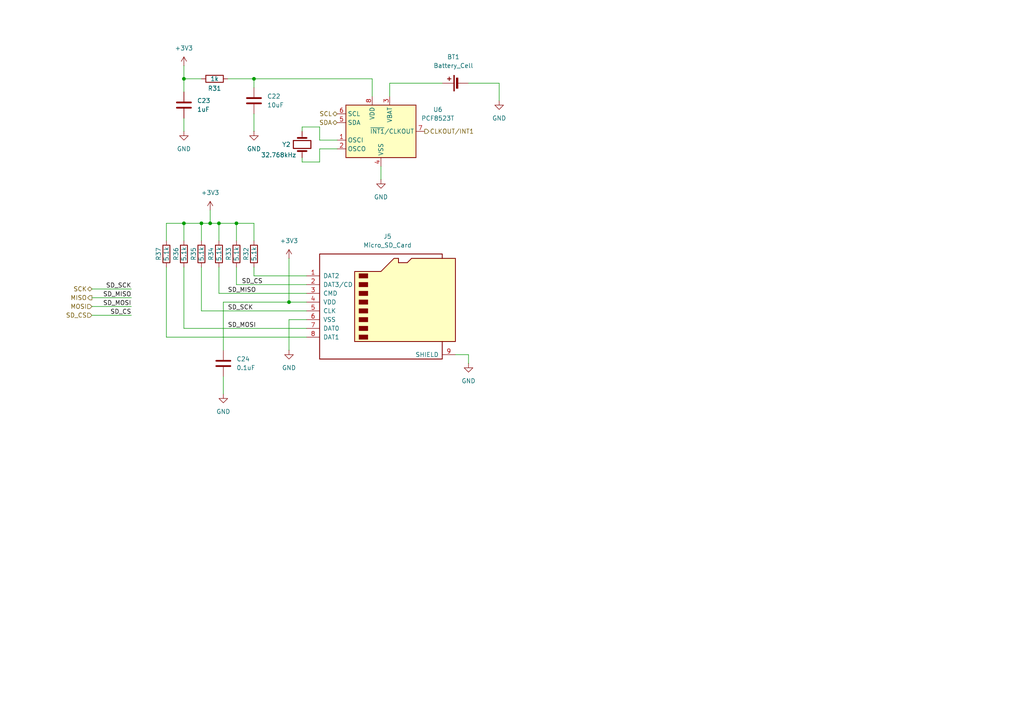
<source format=kicad_sch>
(kicad_sch (version 20231120) (generator "eeschema") (generator_version "8.0")
  (paper "A4")
  (lib_symbols
    (symbol "Connector:Micro_SD_Card" (pin_names (offset 1.016))
      (property "Reference" "J" (at -16.51 15.24 0))
      (property "Value" "Micro_SD_Card" (at 16.51 15.24 0))
      (symbol "Micro_SD_Card_0_1"
        (rectangle (start -7.62 -9.525) (end -5.08 -10.795) (fill (type outline)))
        (rectangle (start -7.62 -6.985) (end -5.08 -8.255) (fill (type outline)))
        (rectangle (start -7.62 -4.445) (end -5.08 -5.715) (fill (type outline)))
        (rectangle (start -7.62 -1.905) (end -5.08 -3.175) (fill (type outline)))
        (rectangle (start -7.62 0.635) (end -5.08 -0.635) (fill (type outline)))
        (rectangle (start -7.62 3.175) (end -5.08 1.905) (fill (type outline)))
        (rectangle (start -7.62 5.715) (end -5.08 4.445) (fill (type outline)))
        (rectangle (start -7.62 8.255) (end -5.08 6.985) (fill (type outline)))
        (polyline (pts (xy 16.51 12.7) (xy 16.51 13.97) (xy -19.05 13.97) (xy -19.05 -16.51) (xy 16.51 -16.51) (xy 16.51 -11.43)) (stroke (width 0.254)))
        (polyline (pts (xy -8.89 -11.43) (xy -8.89 8.89) (xy -1.27 8.89) (xy 2.54 12.7) (xy 3.81 12.7) (xy 3.81 11.43) (xy 6.35 11.43) (xy 7.62 12.7) (xy 20.32 12.7) (xy 20.32 -11.43) (xy -8.89 -11.43)) (stroke (width 0.254)) (fill (type background)))
      )
      (symbol "Micro_SD_Card_1_1"
        (pin bidirectional line (at -22.86 7.62 0) (length 3.81) (name "DAT2") (number "1"))
        (pin bidirectional line (at -22.86 5.08 0) (length 3.81) (name "DAT3/CD") (number "2"))
        (pin input line (at -22.86 2.54 0) (length 3.81) (name "CMD") (number "3"))
        (pin power_in line (at -22.86 0 0) (length 3.81) (name "VDD") (number "4"))
        (pin input line (at -22.86 -2.54 0) (length 3.81) (name "CLK") (number "5"))
        (pin power_in line (at -22.86 -5.08 0) (length 3.81) (name "VSS") (number "6"))
        (pin bidirectional line (at -22.86 -7.62 0) (length 3.81) (name "DAT0") (number "7"))
        (pin bidirectional line (at -22.86 -10.16 0) (length 3.81) (name "DAT1") (number "8"))
        (pin passive line (at 20.32 -15.24 180) (length 3.81) (name "SHIELD") (number "9"))
      )
    )
    (symbol "Device:Battery_Cell" (pin_numbers hide) (pin_names (offset 0) hide)
      (property "Reference" "BT" (at 2.54 2.54 0))
      (property "Value" "Battery_Cell" (at 2.54 0 0))
      (symbol "Battery_Cell_0_1"
        (rectangle (start -2.286 1.778) (end 2.286 1.524) (fill (type outline)))
        (rectangle (start -1.524 1.016) (end 1.524 0.508) (fill (type outline)))
        (polyline (pts (xy 0 0.762) (xy 0 0)))
        (polyline (pts (xy 0 1.778) (xy 0 2.54)))
        (polyline (pts (xy 0.762 3.048) (xy 1.778 3.048)) (stroke (width 0.254)))
        (polyline (pts (xy 1.27 3.556) (xy 1.27 2.54)) (stroke (width 0.254)))
      )
      (symbol "Battery_Cell_1_1"
        (pin passive line (at 0 5.08 270) (length 2.54) (name "+") (number "1"))
        (pin passive line (at 0 -2.54 90) (length 2.54) (name "-") (number "2"))
      )
    )
    (symbol "Device:C" (pin_numbers hide) (pin_names (offset 0.254))
      (property "Reference" "C" (at 0.635 2.54 0))
      (property "Value" "C" (at 0.635 -2.54 0))
      (symbol "C_0_1"
        (polyline (pts (xy -2.032 -0.762) (xy 2.032 -0.762)) (stroke (width 0.508)))
        (polyline (pts (xy -2.032 0.762) (xy 2.032 0.762)) (stroke (width 0.508)))
      )
      (symbol "C_1_1"
        (pin passive line (at 0 3.81 270) (length 2.794) (name "~") (number "1"))
        (pin passive line (at 0 -3.81 90) (length 2.794) (name "~") (number "2"))
      )
    )
    (symbol "Device:Crystal" (pin_numbers hide) (pin_names (offset 1.016) hide)
      (property "Reference" "Y" (at 0 3.81 0))
      (property "Value" "Crystal" (at 0 -3.81 0))
      (symbol "Crystal_0_1"
        (rectangle (start -1.143 2.54) (end 1.143 -2.54) (stroke (width 0.3048)))
        (polyline (pts (xy -2.54 0) (xy -1.905 0)))
        (polyline (pts (xy -1.905 -1.27) (xy -1.905 1.27)) (stroke (width 0.508)))
        (polyline (pts (xy 1.905 -1.27) (xy 1.905 1.27)) (stroke (width 0.508)))
        (polyline (pts (xy 2.54 0) (xy 1.905 0)))
      )
      (symbol "Crystal_1_1"
        (pin passive line (at -3.81 0 0) (length 1.27) (name "1") (number "1"))
        (pin passive line (at 3.81 0 180) (length 1.27) (name "2") (number "2"))
      )
    )
    (symbol "Device:R" (pin_numbers hide) (pin_names (offset 0))
      (property "Reference" "R" (at 2.032 0 90))
      (property "Value" "R" (at 0 0 90))
      (symbol "R_0_1"
        (rectangle (start -1.016 -2.54) (end 1.016 2.54) (stroke (width 0.254)))
      )
      (symbol "R_1_1"
        (pin passive line (at 0 3.81 270) (length 1.27) (name "~") (number "1"))
        (pin passive line (at 0 -3.81 90) (length 1.27) (name "~") (number "2"))
      )
    )
    (symbol "Timer_RTC:PCF8523T"
      (property "Reference" "U" (at -10.16 8.89 0))
      (property "Value" "PCF8523T" (at 3.81 8.89 0))
      (symbol "PCF8523T_0_1"
        (rectangle (start -10.16 7.62) (end 10.16 -7.62) (stroke (width 0.254)) (fill (type background)))
      )
      (symbol "PCF8523T_1_1"
        (pin input line (at -12.7 -2.54 0) (length 2.54) (name "OSCI") (number "1"))
        (pin output line (at -12.7 -5.08 0) (length 2.54) (name "OSCO") (number "2"))
        (pin power_in line (at 2.54 10.16 270) (length 2.54) (name "VBAT") (number "3"))
        (pin power_in line (at 0 -10.16 90) (length 2.54) (name "VSS") (number "4"))
        (pin bidirectional line (at -12.7 2.54 0) (length 2.54) (name "SDA") (number "5"))
        (pin input line (at -12.7 5.08 0) (length 2.54) (name "SCL") (number "6"))
        (pin open_collector line (at 12.7 0 180) (length 2.54) (name "~{INT1}/CLKOUT") (number "7"))
        (pin power_in line (at -2.54 10.16 270) (length 2.54) (name "VDD") (number "8"))
      )
    )
    (symbol "power:+3V3" (power) (pin_numbers hide) (pin_names (offset 0) hide)
      (property "Value" "+3V3" (at 0 3.556 0))
      (symbol "+3V3_0_1"
        (polyline (pts (xy -0.762 1.27) (xy 0 2.54)))
        (polyline (pts (xy 0 0) (xy 0 2.54)))
        (polyline (pts (xy 0 2.54) (xy 0.762 1.27)))
      )
      (symbol "+3V3_1_1"
        (pin power_in line (at 0 0 90) (length 0) (name "~") (number "1"))
      )
    )
    (symbol "power:GND" (power) (pin_numbers hide) (pin_names (offset 0) hide)
      (property "Value" "GND" (at 0 -3.81 0))
      (symbol "GND_0_1"
        (polyline (pts (xy 0 0) (xy 0 -1.27) (xy 1.27 -1.27) (xy 0 -2.54) (xy -1.27 -1.27) (xy 0 -1.27)))
      )
      (symbol "GND_1_1"
        (pin power_in line (at 0 0 270) (length 0) (name "~") (number "1"))
      )
    )
  )
  (junction (at 83.82 87.63))
  (junction (at 60.96 64.77))
  (junction (at 53.34 22.86))
  (junction (at 68.58 64.77))
  (junction (at 63.5 64.77))
  (junction (at 73.66 22.86))
  (junction (at 53.34 64.77))
  (junction (at 58.42 64.77))
  (wire (pts (xy 53.34 64.77) (xy 58.42 64.77)))
  (wire (pts (xy 135.89 105.41) (xy 135.89 102.87)))
  (wire (pts (xy 87.63 46.99) (xy 92.71 46.99)))
  (wire (pts (xy 64.77 87.63) (xy 83.82 87.63)))
  (wire (pts (xy 53.34 22.86) (xy 58.42 22.86)))
  (wire (pts (xy 88.9 97.79) (xy 48.26 97.79)))
  (wire (pts (xy 107.95 22.86) (xy 107.95 27.94)))
  (wire (pts (xy 58.42 64.77) (xy 60.96 64.77)))
  (wire (pts (xy 88.9 95.25) (xy 53.34 95.25)))
  (wire (pts (xy 110.49 48.26) (xy 110.49 52.07)))
  (wire (pts (xy 38.1 86.36) (xy 26.67 86.36)))
  (wire (pts (xy 73.66 22.86) (xy 107.95 22.86)))
  (wire (pts (xy 87.63 38.1) (xy 87.63 36.83)))
  (wire (pts (xy 83.82 101.6) (xy 83.82 92.71)))
  (wire (pts (xy 48.26 97.79) (xy 48.26 77.47)))
  (wire (pts (xy 58.42 64.77) (xy 58.42 69.85)))
  (wire (pts (xy 92.71 40.64) (xy 97.79 40.64)))
  (wire (pts (xy 60.96 64.77) (xy 60.96 60.96)))
  (wire (pts (xy 38.1 83.82) (xy 26.67 83.82)))
  (wire (pts (xy 87.63 36.83) (xy 92.71 36.83)))
  (wire (pts (xy 92.71 46.99) (xy 92.71 43.18)))
  (wire (pts (xy 38.1 88.9) (xy 26.67 88.9)))
  (wire (pts (xy 73.66 69.85) (xy 73.66 64.77)))
  (wire (pts (xy 48.26 69.85) (xy 48.26 64.77)))
  (wire (pts (xy 53.34 19.05) (xy 53.34 22.86)))
  (wire (pts (xy 66.04 22.86) (xy 73.66 22.86)))
  (wire (pts (xy 88.9 80.01) (xy 73.66 80.01)))
  (wire (pts (xy 92.71 43.18) (xy 97.79 43.18)))
  (wire (pts (xy 135.89 102.87) (xy 132.08 102.87)))
  (wire (pts (xy 38.1 91.44) (xy 26.67 91.44)))
  (wire (pts (xy 88.9 85.09) (xy 63.5 85.09)))
  (wire (pts (xy 87.63 45.72) (xy 87.63 46.99)))
  (wire (pts (xy 83.82 74.93) (xy 83.82 87.63)))
  (wire (pts (xy 53.34 64.77) (xy 53.34 69.85)))
  (wire (pts (xy 83.82 87.63) (xy 88.9 87.63)))
  (wire (pts (xy 68.58 64.77) (xy 63.5 64.77)))
  (wire (pts (xy 144.78 24.13) (xy 135.89 24.13)))
  (wire (pts (xy 68.58 82.55) (xy 88.9 82.55)))
  (wire (pts (xy 64.77 114.3) (xy 64.77 109.22)))
  (wire (pts (xy 92.71 36.83) (xy 92.71 40.64)))
  (wire (pts (xy 64.77 101.6) (xy 64.77 87.63)))
  (wire (pts (xy 73.66 38.1) (xy 73.66 33.02)))
  (wire (pts (xy 68.58 64.77) (xy 68.58 69.85)))
  (wire (pts (xy 73.66 64.77) (xy 68.58 64.77)))
  (wire (pts (xy 88.9 90.17) (xy 58.42 90.17)))
  (wire (pts (xy 83.82 92.71) (xy 88.9 92.71)))
  (wire (pts (xy 113.03 24.13) (xy 113.03 27.94)))
  (wire (pts (xy 53.34 22.86) (xy 53.34 26.67)))
  (wire (pts (xy 73.66 80.01) (xy 73.66 77.47)))
  (wire (pts (xy 144.78 29.21) (xy 144.78 24.13)))
  (wire (pts (xy 68.58 82.55) (xy 68.58 77.47)))
  (wire (pts (xy 73.66 25.4) (xy 73.66 22.86)))
  (wire (pts (xy 58.42 90.17) (xy 58.42 77.47)))
  (wire (pts (xy 48.26 64.77) (xy 53.34 64.77)))
  (wire (pts (xy 63.5 64.77) (xy 63.5 69.85)))
  (wire (pts (xy 63.5 85.09) (xy 63.5 77.47)))
  (wire (pts (xy 63.5 64.77) (xy 60.96 64.77)))
  (wire (pts (xy 53.34 95.25) (xy 53.34 77.47)))
  (wire (pts (xy 128.27 24.13) (xy 113.03 24.13)))
  (wire (pts (xy 53.34 34.29) (xy 53.34 38.1)))
  (label "SD_SCK" (at 38.1 83.82 180))
  (label "SD_CS" (at 76.2 82.55 180))
  (label "SD_MOSI" (at 66.04 95.25 0))
  (label "SD_MISO" (at 38.1 86.36 180))
  (label "SD_MOSI" (at 38.1 88.9 180))
  (label "SD_CS" (at 38.1 91.44 180))
  (label "SD_SCK" (at 66.04 90.17 0))
  (label "SD_MISO" (at 66.04 85.09 0))
  (hierarchical_label "SDA" (shape bidirectional) (at 97.79 35.56 180))
  (hierarchical_label "CLKOUT{slash}INT1" (shape output) (at 123.19 38.1 0))
  (hierarchical_label "SCL" (shape bidirectional) (at 97.79 33.02 180))
  (hierarchical_label "MISO" (shape output) (at 26.67 86.36 180))
  (hierarchical_label "SD_CS" (shape input) (at 26.67 91.44 180))
  (hierarchical_label "MOSI" (shape input) (at 26.67 88.9 180))
  (hierarchical_label "SCK" (shape bidirectional) (at 26.67 83.82 180))
  (symbol (lib_id "Device:R") (at 73.66 73.66 180) (unit 1)
    (property "Reference" "R32" (at 71.374 73.66 90))
    (property "Value" "5.1k" (at 73.66 73.66 90))
    (property "Footprint" "Resistor_SMD:R_0402_1005Metric" (effects (hide yes)))
    (property "Description" "Resistor" (effects (hide yes)))
    (property "LCSC Part #" "C25905 " (effects (hide yes)))
  )
  (symbol (lib_id "power:GND") (at 73.66 38.1 0) (unit 1)
    (property "Reference" "#PWR54" (effects (hide yes)))
    (property "Value" "GND" (at 73.66 43.18 0))
    (property "Description" "Power symbol creates a global label with name \"GND\" , ground" (effects (hide yes)))
  )
  (symbol (lib_id "Device:C") (at 64.77 105.41 0) (unit 1)
    (property "Reference" "C24" (at 68.58 104.1399 0) (effects (justify left)))
    (property "Value" "0.1uF" (at 68.58 106.6799 0) (effects (justify left)))
    (property "Footprint" "Capacitor_SMD:C_0402_1005Metric" (effects (hide yes)))
    (property "Description" "Unpolarized capacitor" (effects (hide yes)))
    (property "LCSC Part #" "C1525 " (effects (hide yes)))
  )
  (symbol (lib_id "power:GND") (at 64.77 114.3 0) (unit 1)
    (property "Reference" "#PWR42" (effects (hide yes)))
    (property "Value" "GND" (at 64.77 119.38 0))
    (property "Description" "Power symbol creates a global label with name \"GND\" , ground" (effects (hide yes)))
  )
  (symbol (lib_id "Device:C") (at 53.34 30.48 180) (unit 1)
    (property "Reference" "C23" (at 57.15 29.2099 0) (effects (justify right)))
    (property "Value" "1uF" (at 57.15 31.7499 0) (effects (justify right)))
    (property "Footprint" "Capacitor_SMD:C_0805_2012Metric" (effects (hide yes)))
    (property "Description" "Unpolarized capacitor" (effects (hide yes)))
    (property "LCSC Part #" "C28323" (effects (hide yes)))
  )
  (symbol (lib_id "power:GND") (at 135.89 105.41 0) (unit 1)
    (property "Reference" "#PWR61" (effects (hide yes)))
    (property "Value" "GND" (at 135.89 110.49 0))
    (property "Description" "Power symbol creates a global label with name \"GND\" , ground" (effects (hide yes)))
  )
  (symbol (lib_id "power:GND") (at 144.78 29.21 0) (unit 1)
    (property "Reference" "#PWR56" (effects (hide yes)))
    (property "Value" "GND" (at 144.78 34.29 0))
    (property "Description" "Power symbol creates a global label with name \"GND\" , ground" (effects (hide yes)))
  )
  (symbol (lib_id "Connector:Micro_SD_Card") (at 111.76 87.63 0) (unit 1)
    (property "Reference" "J5" (at 112.395 68.58 0))
    (property "Value" "Micro_SD_Card" (at 112.395 71.12 0))
    (property "Footprint" "Connector_Card:microSD_HC_Hirose_DM3AT-SF-PEJM5" (effects (hide yes)))
    (property "Datasheet" "https://www.we-online.com/components/products/datasheet/693072010801.pdf" (effects (hide yes)))
    (property "Description" "Micro SD Card Socket" (effects (hide yes)))
    (property "LCSC Part #" "C114218" (effects (hide yes)))
  )
  (symbol (lib_id "Device:C") (at 73.66 29.21 0) (unit 1)
    (property "Reference" "C22" (at 77.47 27.9399 0) (effects (justify left)))
    (property "Value" "10uF" (at 77.47 30.4799 0) (effects (justify left)))
    (property "Footprint" "Capacitor_SMD:C_0603_1608Metric" (effects (hide yes)))
    (property "Description" "Unpolarized capacitor" (effects (hide yes)))
    (property "LCSC Part #" "C19702" (effects (hide yes)))
  )
  (symbol (lib_id "Device:Battery_Cell") (at 133.35 24.13 90) (unit 1)
    (property "Reference" "BT1" (at 131.5085 16.51 90))
    (property "Value" "Battery_Cell" (at 131.5085 19.05 90))
    (property "Footprint" "cat:XDCR-1220-006" (effects (hide yes)))
    (property "Datasheet" "https://jlcpcb.com/api/file/downloadByFileSystemAccessId/8590905963052818432" (effects (hide yes)))
    (property "Description" "Single-cell battery" (effects (hide yes)))
    (property "LCSC Part #" "C7498147" (effects (hide yes)))
  )
  (symbol (lib_id "Timer_RTC:PCF8523T") (at 110.49 38.1 0) (unit 1)
    (property "Reference" "U6" (at 127 31.7814 0))
    (property "Value" "PCF8523T" (at 127 34.3214 0))
    (property "Footprint" "Package_SO:SOIC-8_3.9x4.9mm_P1.27mm" (effects (hide yes)))
    (property "Datasheet" "https://www.nxp.com/docs/en/data-sheet/PCF8523.pdf" (effects (hide yes)))
    (property "Description" "Realtime Clock/Calendar I2C Interface, SOIC-8" (effects (hide yes)))
    (property "LCSC Part #" "C2651516" (effects (hide yes)))
  )
  (symbol (lib_id "power:+3V3") (at 83.82 74.93 0) (unit 1)
    (property "Reference" "#PWR60" (effects (hide yes)))
    (property "Value" "+3V3" (at 83.82 69.85 0))
    (property "Description" "Power symbol creates a global label with name \"+3V3\"" (effects (hide yes)))
  )
  (symbol (lib_id "power:+3V3") (at 60.96 60.96 0) (unit 1)
    (property "Reference" "#PWR58" (effects (hide yes)))
    (property "Value" "+3V3" (at 60.96 55.88 0))
    (property "Description" "Power symbol creates a global label with name \"+3V3\"" (effects (hide yes)))
  )
  (symbol (lib_id "Device:Crystal") (at 87.63 41.91 90) (unit 1)
    (property "Reference" "Y2" (at 81.788 41.91 90) (effects (justify right)))
    (property "Value" "32.768kHz" (at 75.692 44.958 90) (effects (justify right)))
    (property "Footprint" "Crystal:Crystal_SMD_3215-2Pin_3.2x1.5mm" (effects (hide yes)))
    (property "Description" "Two pin crystal" (effects (hide yes)))
    (property "LCSC Part #" "C32346" (effects (hide yes)))
  )
  (symbol (lib_id "power:+3V3") (at 53.34 19.05 0) (unit 1)
    (property "Reference" "#PWR53" (effects (hide yes)))
    (property "Value" "+3V3" (at 53.34 13.97 0))
    (property "Description" "Power symbol creates a global label with name \"+3V3\"" (effects (hide yes)))
  )
  (symbol (lib_id "Device:R") (at 53.34 73.66 180) (unit 1)
    (property "Reference" "R36" (at 51.054 73.66 90))
    (property "Value" "5.1k" (at 53.34 73.66 90))
    (property "Footprint" "Resistor_SMD:R_0402_1005Metric" (effects (hide yes)))
    (property "Description" "Resistor" (effects (hide yes)))
    (property "LCSC Part #" "C25905 " (effects (hide yes)))
  )
  (symbol (lib_id "power:GND") (at 53.34 38.1 0) (unit 1)
    (property "Reference" "#PWR57" (effects (hide yes)))
    (property "Value" "GND" (at 53.34 43.18 0))
    (property "Description" "Power symbol creates a global label with name \"GND\" , ground" (effects (hide yes)))
  )
  (symbol (lib_id "Device:R") (at 62.23 22.86 270) (unit 1)
    (property "Reference" "R31" (at 62.23 25.654 90))
    (property "Value" "1k" (at 62.23 22.86 90))
    (property "Footprint" "Resistor_SMD:R_0402_1005Metric" (effects (hide yes)))
    (property "Description" "Resistor" (effects (hide yes)))
    (property "LCSC Part #" "C11702 " (effects (hide yes)))
  )
  (symbol (lib_id "power:GND") (at 83.82 101.6 0) (unit 1)
    (property "Reference" "#PWR59" (effects (hide yes)))
    (property "Value" "GND" (at 83.82 106.68 0))
    (property "Description" "Power symbol creates a global label with name \"GND\" , ground" (effects (hide yes)))
  )
  (symbol (lib_id "Device:R") (at 48.26 73.66 180) (unit 1)
    (property "Reference" "R37" (at 45.974 73.66 90))
    (property "Value" "5.1k" (at 48.26 73.66 90))
    (property "Footprint" "Resistor_SMD:R_0402_1005Metric" (effects (hide yes)))
    (property "Description" "Resistor" (effects (hide yes)))
    (property "LCSC Part #" "C25905 " (effects (hide yes)))
  )
  (symbol (lib_id "Device:R") (at 68.58 73.66 180) (unit 1)
    (property "Reference" "R33" (at 66.294 73.66 90))
    (property "Value" "5.1k" (at 68.58 73.66 90))
    (property "Footprint" "Resistor_SMD:R_0402_1005Metric" (effects (hide yes)))
    (property "Description" "Resistor" (effects (hide yes)))
    (property "LCSC Part #" "C25905 " (effects (hide yes)))
  )
  (symbol (lib_id "power:GND") (at 110.49 52.07 0) (unit 1)
    (property "Reference" "#PWR55" (effects (hide yes)))
    (property "Value" "GND" (at 110.49 57.15 0))
    (property "Description" "Power symbol creates a global label with name \"GND\" , ground" (effects (hide yes)))
  )
  (symbol (lib_id "Device:R") (at 63.5 73.66 180) (unit 1)
    (property "Reference" "R34" (at 61.214 73.66 90))
    (property "Value" "5.1k" (at 63.5 73.66 90))
    (property "Footprint" "Resistor_SMD:R_0402_1005Metric" (effects (hide yes)))
    (property "Description" "Resistor" (effects (hide yes)))
    (property "LCSC Part #" "C25905 " (effects (hide yes)))
  )
  (symbol (lib_id "Device:R") (at 58.42 73.66 180) (unit 1)
    (property "Reference" "R35" (at 56.134 73.66 90))
    (property "Value" "5.1k" (at 58.42 73.66 90))
    (property "Footprint" "Resistor_SMD:R_0402_1005Metric" (effects (hide yes)))
    (property "Description" "Resistor" (effects (hide yes)))
    (property "LCSC Part #" "C25905 " (effects (hide yes)))
  )
)
</source>
